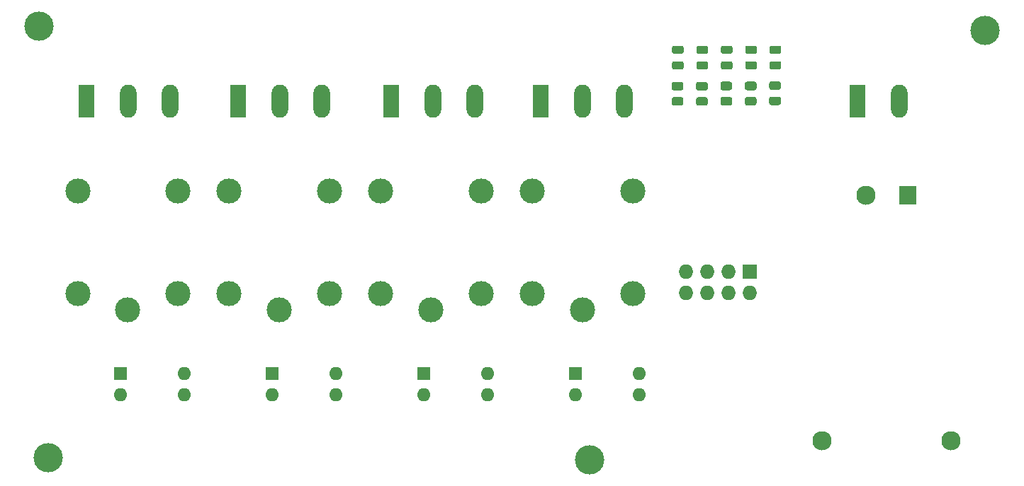
<source format=gbr>
%TF.GenerationSoftware,KiCad,Pcbnew,5.1.9-73d0e3b20d~88~ubuntu20.04.1*%
%TF.CreationDate,2021-10-10T01:19:02+05:30*%
%TF.ProjectId,ESP-Switch,4553502d-5377-4697-9463-682e6b696361,rev?*%
%TF.SameCoordinates,Original*%
%TF.FileFunction,Soldermask,Top*%
%TF.FilePolarity,Negative*%
%FSLAX46Y46*%
G04 Gerber Fmt 4.6, Leading zero omitted, Abs format (unit mm)*
G04 Created by KiCad (PCBNEW 5.1.9-73d0e3b20d~88~ubuntu20.04.1) date 2021-10-10 01:19:02*
%MOMM*%
%LPD*%
G01*
G04 APERTURE LIST*
%ADD10C,2.600000*%
%ADD11C,3.500000*%
%ADD12C,3.000000*%
%ADD13R,1.727200X1.727200*%
%ADD14O,1.727200X1.727200*%
%ADD15R,1.980000X3.960000*%
%ADD16O,1.980000X3.960000*%
%ADD17C,2.300000*%
%ADD18R,2.000000X2.300000*%
%ADD19O,1.600000X1.600000*%
%ADD20R,1.600000X1.600000*%
G04 APERTURE END LIST*
D10*
%TO.C,H1*%
X107100000Y-79110000D03*
D11*
X107100000Y-79110000D03*
%TD*%
D12*
%TO.C,K2*%
X76050000Y-59180000D03*
X76050000Y-46980000D03*
X64050000Y-46980000D03*
X64050000Y-59180000D03*
X70050000Y-61180000D03*
%TD*%
%TO.C,K1*%
X51950000Y-61180000D03*
X45950000Y-59180000D03*
X45950000Y-46980000D03*
X57950000Y-46980000D03*
X57950000Y-59180000D03*
%TD*%
D13*
%TO.C,ESP-01*%
X126280000Y-56570000D03*
D14*
X126280000Y-59110000D03*
X123740000Y-56570000D03*
X123740000Y-59110000D03*
X121200000Y-56570000D03*
X121200000Y-59110000D03*
X118660000Y-56570000D03*
X118660000Y-59110000D03*
%TD*%
D15*
%TO.C,Switch-C1*%
X83400000Y-36210000D03*
D16*
X88400000Y-36210000D03*
X93400000Y-36210000D03*
%TD*%
%TO.C,Switch-A1*%
X57005000Y-36210000D03*
X52005000Y-36210000D03*
D15*
X47005000Y-36210000D03*
%TD*%
D10*
%TO.C,H4*%
X42420000Y-78900000D03*
D11*
X42420000Y-78900000D03*
%TD*%
D10*
%TO.C,H3*%
X41340000Y-27200000D03*
D11*
X41340000Y-27200000D03*
%TD*%
%TO.C,H1*%
X154340000Y-27760000D03*
D10*
X154340000Y-27760000D03*
%TD*%
D12*
%TO.C,K3*%
X94150000Y-59180000D03*
X94150000Y-46980000D03*
X82150000Y-46980000D03*
X82150000Y-59180000D03*
X88150000Y-61180000D03*
%TD*%
%TO.C,K4*%
X106250000Y-61180000D03*
X100250000Y-59180000D03*
X100250000Y-46980000D03*
X112250000Y-46980000D03*
X112250000Y-59180000D03*
%TD*%
D17*
%TO.C,Power Supply*%
X150320000Y-76830000D03*
D18*
X145120000Y-47430000D03*
D17*
X140120000Y-47430000D03*
X134920000Y-76830000D03*
%TD*%
D19*
%TO.C,OP1*%
X58720000Y-68820000D03*
X51100000Y-71360000D03*
X58720000Y-71360000D03*
D20*
X51100000Y-68820000D03*
%TD*%
D19*
%TO.C,OP2*%
X76820000Y-68820000D03*
X69200000Y-71360000D03*
X76820000Y-71360000D03*
D20*
X69200000Y-68820000D03*
%TD*%
%TO.C,OP3*%
X87300000Y-68820000D03*
D19*
X94920000Y-71360000D03*
X87300000Y-71360000D03*
X94920000Y-68820000D03*
%TD*%
D20*
%TO.C,OP4*%
X105400000Y-68820000D03*
D19*
X113020000Y-71360000D03*
X105400000Y-71360000D03*
X113020000Y-68820000D03*
%TD*%
D15*
%TO.C,Mains*%
X139110000Y-36200000D03*
D16*
X144110000Y-36200000D03*
%TD*%
%TO.C,Switch-B1*%
X75100000Y-36210000D03*
X70100000Y-36210000D03*
D15*
X65100000Y-36210000D03*
%TD*%
%TO.C,Switch-D1*%
X101300000Y-36210000D03*
D16*
X106300000Y-36210000D03*
X111300000Y-36210000D03*
%TD*%
%TO.C,A*%
G36*
G01*
X120126250Y-29545000D02*
X121038750Y-29545000D01*
G75*
G02*
X121282500Y-29788750I0J-243750D01*
G01*
X121282500Y-30276250D01*
G75*
G02*
X121038750Y-30520000I-243750J0D01*
G01*
X120126250Y-30520000D01*
G75*
G02*
X119882500Y-30276250I0J243750D01*
G01*
X119882500Y-29788750D01*
G75*
G02*
X120126250Y-29545000I243750J0D01*
G01*
G37*
G36*
G01*
X120126250Y-31420000D02*
X121038750Y-31420000D01*
G75*
G02*
X121282500Y-31663750I0J-243750D01*
G01*
X121282500Y-32151250D01*
G75*
G02*
X121038750Y-32395000I-243750J0D01*
G01*
X120126250Y-32395000D01*
G75*
G02*
X119882500Y-32151250I0J243750D01*
G01*
X119882500Y-31663750D01*
G75*
G02*
X120126250Y-31420000I243750J0D01*
G01*
G37*
%TD*%
%TO.C,B*%
G36*
G01*
X123038750Y-31420000D02*
X123951250Y-31420000D01*
G75*
G02*
X124195000Y-31663750I0J-243750D01*
G01*
X124195000Y-32151250D01*
G75*
G02*
X123951250Y-32395000I-243750J0D01*
G01*
X123038750Y-32395000D01*
G75*
G02*
X122795000Y-32151250I0J243750D01*
G01*
X122795000Y-31663750D01*
G75*
G02*
X123038750Y-31420000I243750J0D01*
G01*
G37*
G36*
G01*
X123038750Y-29545000D02*
X123951250Y-29545000D01*
G75*
G02*
X124195000Y-29788750I0J-243750D01*
G01*
X124195000Y-30276250D01*
G75*
G02*
X123951250Y-30520000I-243750J0D01*
G01*
X123038750Y-30520000D01*
G75*
G02*
X122795000Y-30276250I0J243750D01*
G01*
X122795000Y-29788750D01*
G75*
G02*
X123038750Y-29545000I243750J0D01*
G01*
G37*
%TD*%
%TO.C,C*%
G36*
G01*
X125951250Y-29545000D02*
X126863750Y-29545000D01*
G75*
G02*
X127107500Y-29788750I0J-243750D01*
G01*
X127107500Y-30276250D01*
G75*
G02*
X126863750Y-30520000I-243750J0D01*
G01*
X125951250Y-30520000D01*
G75*
G02*
X125707500Y-30276250I0J243750D01*
G01*
X125707500Y-29788750D01*
G75*
G02*
X125951250Y-29545000I243750J0D01*
G01*
G37*
G36*
G01*
X125951250Y-31420000D02*
X126863750Y-31420000D01*
G75*
G02*
X127107500Y-31663750I0J-243750D01*
G01*
X127107500Y-32151250D01*
G75*
G02*
X126863750Y-32395000I-243750J0D01*
G01*
X125951250Y-32395000D01*
G75*
G02*
X125707500Y-32151250I0J243750D01*
G01*
X125707500Y-31663750D01*
G75*
G02*
X125951250Y-31420000I243750J0D01*
G01*
G37*
%TD*%
%TO.C,D*%
G36*
G01*
X128863750Y-31420000D02*
X129776250Y-31420000D01*
G75*
G02*
X130020000Y-31663750I0J-243750D01*
G01*
X130020000Y-32151250D01*
G75*
G02*
X129776250Y-32395000I-243750J0D01*
G01*
X128863750Y-32395000D01*
G75*
G02*
X128620000Y-32151250I0J243750D01*
G01*
X128620000Y-31663750D01*
G75*
G02*
X128863750Y-31420000I243750J0D01*
G01*
G37*
G36*
G01*
X128863750Y-29545000D02*
X129776250Y-29545000D01*
G75*
G02*
X130020000Y-29788750I0J-243750D01*
G01*
X130020000Y-30276250D01*
G75*
G02*
X129776250Y-30520000I-243750J0D01*
G01*
X128863750Y-30520000D01*
G75*
G02*
X128620000Y-30276250I0J243750D01*
G01*
X128620000Y-29788750D01*
G75*
G02*
X128863750Y-29545000I243750J0D01*
G01*
G37*
%TD*%
%TO.C,ON*%
G36*
G01*
X117213750Y-29545000D02*
X118126250Y-29545000D01*
G75*
G02*
X118370000Y-29788750I0J-243750D01*
G01*
X118370000Y-30276250D01*
G75*
G02*
X118126250Y-30520000I-243750J0D01*
G01*
X117213750Y-30520000D01*
G75*
G02*
X116970000Y-30276250I0J243750D01*
G01*
X116970000Y-29788750D01*
G75*
G02*
X117213750Y-29545000I243750J0D01*
G01*
G37*
G36*
G01*
X117213750Y-31420000D02*
X118126250Y-31420000D01*
G75*
G02*
X118370000Y-31663750I0J-243750D01*
G01*
X118370000Y-32151250D01*
G75*
G02*
X118126250Y-32395000I-243750J0D01*
G01*
X117213750Y-32395000D01*
G75*
G02*
X116970000Y-32151250I0J243750D01*
G01*
X116970000Y-31663750D01*
G75*
G02*
X117213750Y-31420000I243750J0D01*
G01*
G37*
%TD*%
%TO.C,PR_1*%
G36*
G01*
X118075001Y-36725000D02*
X117174999Y-36725000D01*
G75*
G02*
X116925000Y-36475001I0J249999D01*
G01*
X116925000Y-35949999D01*
G75*
G02*
X117174999Y-35700000I249999J0D01*
G01*
X118075001Y-35700000D01*
G75*
G02*
X118325000Y-35949999I0J-249999D01*
G01*
X118325000Y-36475001D01*
G75*
G02*
X118075001Y-36725000I-249999J0D01*
G01*
G37*
G36*
G01*
X118075001Y-34900000D02*
X117174999Y-34900000D01*
G75*
G02*
X116925000Y-34650001I0J249999D01*
G01*
X116925000Y-34124999D01*
G75*
G02*
X117174999Y-33875000I249999J0D01*
G01*
X118075001Y-33875000D01*
G75*
G02*
X118325000Y-34124999I0J-249999D01*
G01*
X118325000Y-34650001D01*
G75*
G02*
X118075001Y-34900000I-249999J0D01*
G01*
G37*
%TD*%
%TO.C,R_LED_1*%
G36*
G01*
X120987501Y-36735000D02*
X120087499Y-36735000D01*
G75*
G02*
X119837500Y-36485001I0J249999D01*
G01*
X119837500Y-35959999D01*
G75*
G02*
X120087499Y-35710000I249999J0D01*
G01*
X120987501Y-35710000D01*
G75*
G02*
X121237500Y-35959999I0J-249999D01*
G01*
X121237500Y-36485001D01*
G75*
G02*
X120987501Y-36735000I-249999J0D01*
G01*
G37*
G36*
G01*
X120987501Y-34910000D02*
X120087499Y-34910000D01*
G75*
G02*
X119837500Y-34660001I0J249999D01*
G01*
X119837500Y-34134999D01*
G75*
G02*
X120087499Y-33885000I249999J0D01*
G01*
X120987501Y-33885000D01*
G75*
G02*
X121237500Y-34134999I0J-249999D01*
G01*
X121237500Y-34660001D01*
G75*
G02*
X120987501Y-34910000I-249999J0D01*
G01*
G37*
%TD*%
%TO.C,R_LED_2*%
G36*
G01*
X123900001Y-34880000D02*
X122999999Y-34880000D01*
G75*
G02*
X122750000Y-34630001I0J249999D01*
G01*
X122750000Y-34104999D01*
G75*
G02*
X122999999Y-33855000I249999J0D01*
G01*
X123900001Y-33855000D01*
G75*
G02*
X124150000Y-34104999I0J-249999D01*
G01*
X124150000Y-34630001D01*
G75*
G02*
X123900001Y-34880000I-249999J0D01*
G01*
G37*
G36*
G01*
X123900001Y-36705000D02*
X122999999Y-36705000D01*
G75*
G02*
X122750000Y-36455001I0J249999D01*
G01*
X122750000Y-35929999D01*
G75*
G02*
X122999999Y-35680000I249999J0D01*
G01*
X123900001Y-35680000D01*
G75*
G02*
X124150000Y-35929999I0J-249999D01*
G01*
X124150000Y-36455001D01*
G75*
G02*
X123900001Y-36705000I-249999J0D01*
G01*
G37*
%TD*%
%TO.C,R_LED_3*%
G36*
G01*
X126812501Y-34880000D02*
X125912499Y-34880000D01*
G75*
G02*
X125662500Y-34630001I0J249999D01*
G01*
X125662500Y-34104999D01*
G75*
G02*
X125912499Y-33855000I249999J0D01*
G01*
X126812501Y-33855000D01*
G75*
G02*
X127062500Y-34104999I0J-249999D01*
G01*
X127062500Y-34630001D01*
G75*
G02*
X126812501Y-34880000I-249999J0D01*
G01*
G37*
G36*
G01*
X126812501Y-36705000D02*
X125912499Y-36705000D01*
G75*
G02*
X125662500Y-36455001I0J249999D01*
G01*
X125662500Y-35929999D01*
G75*
G02*
X125912499Y-35680000I249999J0D01*
G01*
X126812501Y-35680000D01*
G75*
G02*
X127062500Y-35929999I0J-249999D01*
G01*
X127062500Y-36455001D01*
G75*
G02*
X126812501Y-36705000I-249999J0D01*
G01*
G37*
%TD*%
%TO.C,R_LED_4*%
G36*
G01*
X129725001Y-36665000D02*
X128824999Y-36665000D01*
G75*
G02*
X128575000Y-36415001I0J249999D01*
G01*
X128575000Y-35889999D01*
G75*
G02*
X128824999Y-35640000I249999J0D01*
G01*
X129725001Y-35640000D01*
G75*
G02*
X129975000Y-35889999I0J-249999D01*
G01*
X129975000Y-36415001D01*
G75*
G02*
X129725001Y-36665000I-249999J0D01*
G01*
G37*
G36*
G01*
X129725001Y-34840000D02*
X128824999Y-34840000D01*
G75*
G02*
X128575000Y-34590001I0J249999D01*
G01*
X128575000Y-34064999D01*
G75*
G02*
X128824999Y-33815000I249999J0D01*
G01*
X129725001Y-33815000D01*
G75*
G02*
X129975000Y-34064999I0J-249999D01*
G01*
X129975000Y-34590001D01*
G75*
G02*
X129725001Y-34840000I-249999J0D01*
G01*
G37*
%TD*%
M02*

</source>
